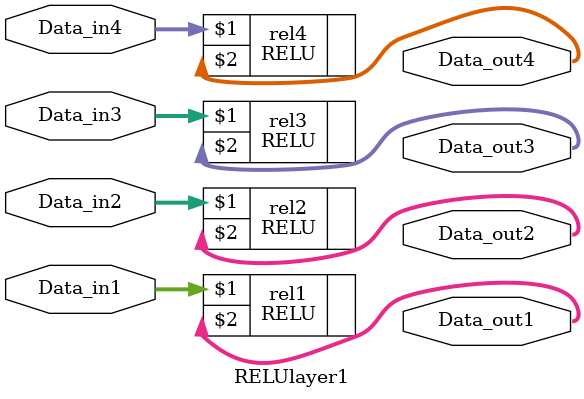
<source format=sv>
module RELUlayer1#(parameter WIDTH = 8
			  )
			 (
			  input signed [WIDTH-1:0] Data_in1,Data_in2,Data_in3,Data_in4,
			  output [WIDTH-1:0] Data_out1,Data_out2,Data_out3,Data_out4
			 );



RELU rel1(Data_in1,Data_out1);
RELU rel2(Data_in2,Data_out2);
RELU rel3(Data_in3,Data_out3);
RELU rel4(Data_in4,Data_out4);

endmodule
</source>
